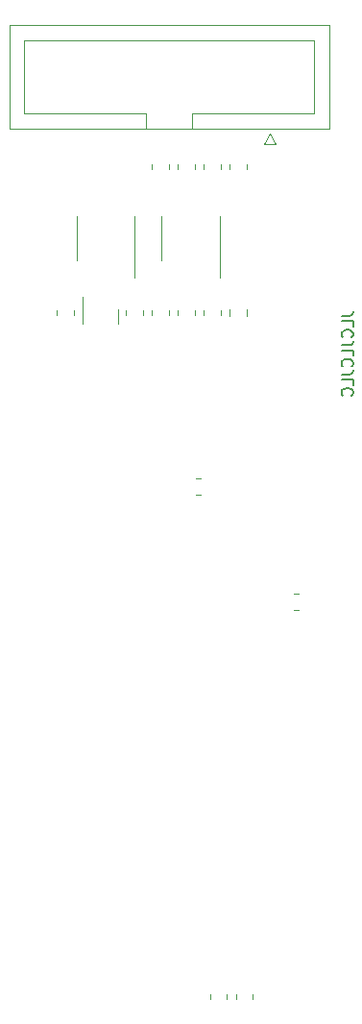
<source format=gbr>
%TF.GenerationSoftware,KiCad,Pcbnew,(6.0.0-0)*%
%TF.CreationDate,2022-11-09T20:37:39-05:00*%
%TF.ProjectId,VCO,56434f2e-6b69-4636-9164-5f7063625858,rev?*%
%TF.SameCoordinates,Original*%
%TF.FileFunction,Legend,Bot*%
%TF.FilePolarity,Positive*%
%FSLAX46Y46*%
G04 Gerber Fmt 4.6, Leading zero omitted, Abs format (unit mm)*
G04 Created by KiCad (PCBNEW (6.0.0-0)) date 2022-11-09 20:37:39*
%MOMM*%
%LPD*%
G01*
G04 APERTURE LIST*
%ADD10C,0.150000*%
%ADD11C,0.120000*%
G04 APERTURE END LIST*
D10*
X64476380Y-60166666D02*
X65190666Y-60166666D01*
X65333523Y-60119047D01*
X65428761Y-60023809D01*
X65476380Y-59880952D01*
X65476380Y-59785714D01*
X65476380Y-61119047D02*
X65476380Y-60642857D01*
X64476380Y-60642857D01*
X65381142Y-62023809D02*
X65428761Y-61976190D01*
X65476380Y-61833333D01*
X65476380Y-61738095D01*
X65428761Y-61595238D01*
X65333523Y-61500000D01*
X65238285Y-61452380D01*
X65047809Y-61404761D01*
X64904952Y-61404761D01*
X64714476Y-61452380D01*
X64619238Y-61500000D01*
X64524000Y-61595238D01*
X64476380Y-61738095D01*
X64476380Y-61833333D01*
X64524000Y-61976190D01*
X64571619Y-62023809D01*
X64476380Y-62738095D02*
X65190666Y-62738095D01*
X65333523Y-62690476D01*
X65428761Y-62595238D01*
X65476380Y-62452380D01*
X65476380Y-62357142D01*
X65476380Y-63690476D02*
X65476380Y-63214285D01*
X64476380Y-63214285D01*
X65381142Y-64595238D02*
X65428761Y-64547619D01*
X65476380Y-64404761D01*
X65476380Y-64309523D01*
X65428761Y-64166666D01*
X65333523Y-64071428D01*
X65238285Y-64023809D01*
X65047809Y-63976190D01*
X64904952Y-63976190D01*
X64714476Y-64023809D01*
X64619238Y-64071428D01*
X64524000Y-64166666D01*
X64476380Y-64309523D01*
X64476380Y-64404761D01*
X64524000Y-64547619D01*
X64571619Y-64595238D01*
X64476380Y-65309523D02*
X65190666Y-65309523D01*
X65333523Y-65261904D01*
X65428761Y-65166666D01*
X65476380Y-65023809D01*
X65476380Y-64928571D01*
X65476380Y-66261904D02*
X65476380Y-65785714D01*
X64476380Y-65785714D01*
X65381142Y-67166666D02*
X65428761Y-67119047D01*
X65476380Y-66976190D01*
X65476380Y-66880952D01*
X65428761Y-66738095D01*
X65333523Y-66642857D01*
X65238285Y-66595238D01*
X65047809Y-66547619D01*
X64904952Y-66547619D01*
X64714476Y-66595238D01*
X64619238Y-66642857D01*
X64524000Y-66738095D01*
X64476380Y-66880952D01*
X64476380Y-66976190D01*
X64524000Y-67119047D01*
X64571619Y-67166666D01*
D11*
%TO.C,R11*%
X50035000Y-47217064D02*
X50035000Y-46762936D01*
X51505000Y-47217064D02*
X51505000Y-46762936D01*
%TO.C,R12*%
X55145000Y-120369064D02*
X55145000Y-119914936D01*
X56615000Y-120369064D02*
X56615000Y-119914936D01*
%TO.C,R8*%
X52321000Y-46762936D02*
X52321000Y-47217064D01*
X53791000Y-46762936D02*
X53791000Y-47217064D01*
%TO.C,R4*%
X51505000Y-60105064D02*
X51505000Y-59650936D01*
X50035000Y-60105064D02*
X50035000Y-59650936D01*
%TO.C,R3*%
X60224936Y-84609000D02*
X60679064Y-84609000D01*
X60224936Y-86079000D02*
X60679064Y-86079000D01*
%TO.C,R13*%
X54329000Y-120369064D02*
X54329000Y-119914936D01*
X52859000Y-120369064D02*
X52859000Y-119914936D01*
%TO.C,U1*%
X41098000Y-53340000D02*
X41098000Y-55290000D01*
X46218000Y-53340000D02*
X46218000Y-56790000D01*
X41098000Y-53340000D02*
X41098000Y-51390000D01*
X46218000Y-53340000D02*
X46218000Y-51390000D01*
%TO.C,C1*%
X56077000Y-59616748D02*
X56077000Y-60139252D01*
X54607000Y-59616748D02*
X54607000Y-60139252D01*
%TO.C,J1*%
X57666000Y-45056500D02*
X58166000Y-44056500D01*
X62076000Y-35856500D02*
X36476000Y-35856500D01*
X47226000Y-42356500D02*
X47226000Y-42356500D01*
X58666000Y-45056500D02*
X57666000Y-45056500D01*
X62076000Y-42356500D02*
X62076000Y-35856500D01*
X35176000Y-43666500D02*
X63376000Y-43666500D01*
X36476000Y-42356500D02*
X47226000Y-42356500D01*
X47226000Y-42356500D02*
X47226000Y-43666500D01*
X35176000Y-34546500D02*
X35176000Y-43666500D01*
X63376000Y-43666500D02*
X63376000Y-34546500D01*
X51326000Y-43666500D02*
X51326000Y-42356500D01*
X36476000Y-35856500D02*
X36476000Y-42356500D01*
X51326000Y-42356500D02*
X62076000Y-42356500D01*
X63376000Y-34546500D02*
X35176000Y-34546500D01*
X58166000Y-44056500D02*
X58666000Y-45056500D01*
%TO.C,R5*%
X45463000Y-60105064D02*
X45463000Y-59650936D01*
X46933000Y-60105064D02*
X46933000Y-59650936D01*
%TO.C,R7*%
X39367000Y-59650936D02*
X39367000Y-60105064D01*
X40837000Y-59650936D02*
X40837000Y-60105064D01*
%TO.C,R1*%
X49219000Y-60105064D02*
X49219000Y-59650936D01*
X47749000Y-60105064D02*
X47749000Y-59650936D01*
%TO.C,R9*%
X56077000Y-47217064D02*
X56077000Y-46762936D01*
X54607000Y-47217064D02*
X54607000Y-46762936D01*
%TO.C,Q1*%
X44740000Y-60198000D02*
X44740000Y-60848000D01*
X41620000Y-60198000D02*
X41620000Y-58523000D01*
X44740000Y-60198000D02*
X44740000Y-59548000D01*
X41620000Y-60198000D02*
X41620000Y-60848000D01*
%TO.C,R2*%
X51588936Y-74449000D02*
X52043064Y-74449000D01*
X51588936Y-75919000D02*
X52043064Y-75919000D01*
%TO.C,R10*%
X49219000Y-47217064D02*
X49219000Y-46762936D01*
X47749000Y-47217064D02*
X47749000Y-46762936D01*
%TO.C,R6*%
X52321000Y-60105064D02*
X52321000Y-59650936D01*
X53791000Y-60105064D02*
X53791000Y-59650936D01*
%TO.C,U2*%
X53738000Y-53340000D02*
X53738000Y-51390000D01*
X48618000Y-53340000D02*
X48618000Y-55290000D01*
X53738000Y-53340000D02*
X53738000Y-56790000D01*
X48618000Y-53340000D02*
X48618000Y-51390000D01*
%TD*%
M02*

</source>
